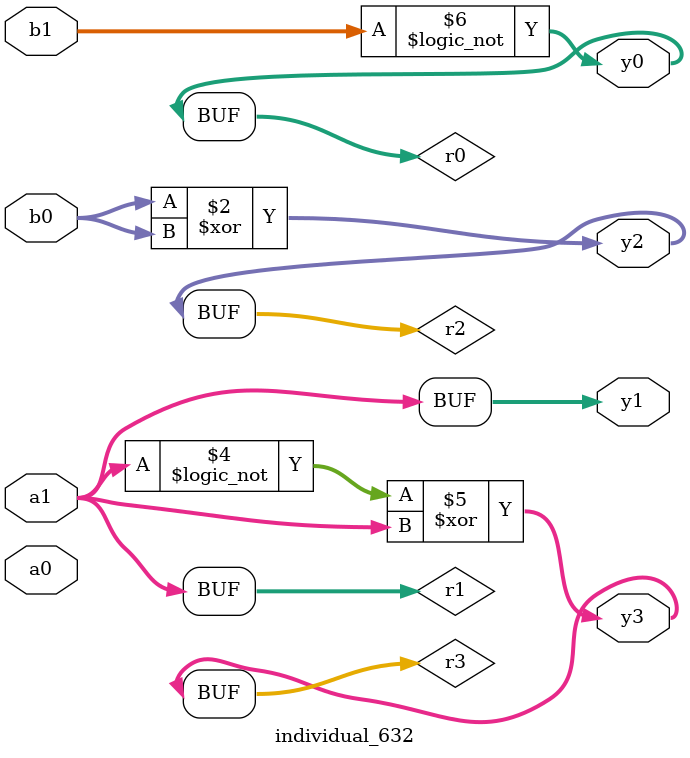
<source format=sv>
module individual_632(input logic [15:0] a1, input logic [15:0] a0, input logic [15:0] b1, input logic [15:0] b0, output logic [15:0] y3, output logic [15:0] y2, output logic [15:0] y1, output logic [15:0] y0);
logic [15:0] r0, r1, r2, r3; 
 always@(*) begin 
	 r0 = a0; r1 = a1; r2 = b0; r3 = b1; 
 	 r2  ^=  b0 ;
 	 r0  |=  a1 ;
 	 r3 = ! a1 ;
 	 r3  ^=  r1 ;
 	 r0 = ! b1 ;
 	 y3 = r3; y2 = r2; y1 = r1; y0 = r0; 
end
endmodule
</source>
